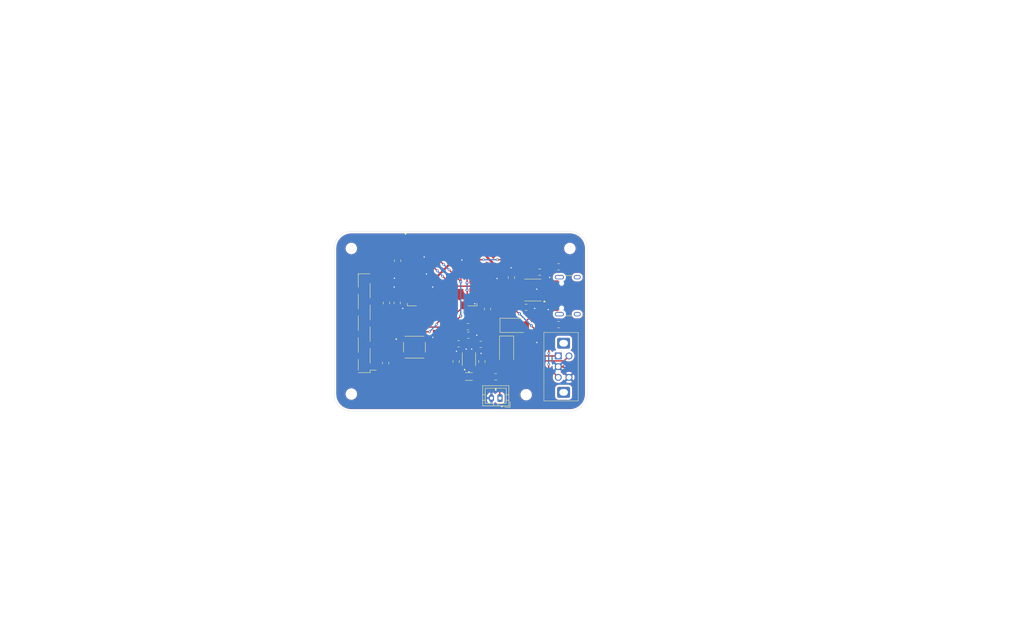
<source format=kicad_pcb>
(kicad_pcb (version 20241229) (generator "pcbnew") (generator_version "9.0")
  (layers (0 "F.Cu" signal) (2 "B.Cu" signal) (13 "F.Paste" user) (15 "B.Paste" user) (5 "F.SilkS" user "F.Silkscreen") (7 "B.SilkS" user "B.Silkscreen") (1 "F.Mask" user) (3 "B.Mask" user) (25 "Edge.Cuts" user))
  (net 0 "")
  (net 1 "VCC")
  (net 2 "GND")
  (net 3 "VBUS")
  (net 7 "Net-(U1-GPIO0)")
  (net 8 "/RESET")
  (net 9 "Net-(U1-EN)")
  (net 10 "/RST")
  (net 11 "/DIN")
  (net 12 "/PWR")
  (net 14 "Net-(J1-CC1)")
  (net 15 "Net-(U1-GPIO15)")
  (net 17 "/DC")
  (net 20 "/CLK")
  (net 21 "/CS")
  (net 22 "/BUSY")
  (net 23 "/UD+")
  (net 24 "Net-(U1-GPIO2)")
  (net 25 "/UD-")
  (net 26 "Net-(U4-~{RTS})")
  (net 29 "Net-(J1-CC2)")
  (net 31 "Net-(U1-GPIO16)")
  (net 32 "Net-(U1-GPIO4)")
  (net 33 "+BATT")
  (net 34 "Net-(U3-FB)")
  (net 35 "Net-(U3-EN)")
  (net 36 "Net-(U3-LX1)")
  (net 37 "Net-(U3-LX2)")
  (net 39 "Net-(D6-A)")
  (footprint "Capacitor_SMD:C_0805_2012Metric" (layer "F.Cu") (at 168.15 93.5625)
    (property "Reference" "C4")
    (property "Value" "100nF")
    (pad "1" smd roundrect (at -0.95 0) (size 1 1.45) (layers "F.Cu" "F.Mask" "F.Paste") (net 8 "/RESET"))
    (pad "2" smd roundrect (at 0.95 0) (size 1 1.45) (layers "F.Cu" "F.Mask" "F.Paste") (net 26 "Net-(U4-~{RTS})"))
  )
  (footprint "MountingHole:MountingHole_2.2mm_M2" (layer "F.Cu") (at 175.2 88.0375 -90)
    (property "Reference" "H1")
    (property "Value" "MountingHole")
    (pad "" np_thru_hole circle (at 0 0 270) (size 2.2 2.2) (drill 2.2) (layers "*.Cu" "*.Mask"))
  )
  (footprint "Resistor_SMD:R_0805_2012Metric" (layer "F.Cu") (at 135 90.9125 90)
    (property "Reference" "R4")
    (property "Value" "10k")
    (pad "1" smd roundrect (at -0.9125 0 90) (size 1.025 1.4) (layers "F.Cu" "F.Mask" "F.Paste") (roundrect_rratio 0.243902) (net 1 "VCC"))
    (pad "2" smd roundrect (at 0.9125 0 90) (size 1.025 1.4) (layers "F.Cu" "F.Mask" "F.Paste") (roundrect_rratio 0.243902) (net 9 "Net-(U1-EN)"))
  )
  (footprint "Connector_USB:USB_C_Receptacle_HRO_TYPE-C-31-M-12" (layer "F.Cu") (at 175.8725 99.0625 90)
    (property "Reference" "J1")
    (property "Value" "USB_C_Receptacle_USB2.0_16P")
    (pad "" np_thru_hole circle (at -2.89 -2.6 90) (size 0.65 0.65) (drill 0.65) (layers "*.Cu" "*.Mask"))
    (pad "" np_thru_hole circle (at 2.89 -2.6 90) (size 0.65 0.65) (drill 0.65) (layers "*.Cu" "*.Mask"))
    (pad "A1" smd rect (at -3.25 -4.045 90) (size 0.6 1.45) (layers "F.Cu" "F.Mask" "F.Paste") (net 2 "GND"))
    (pad "A4" smd rect (at -2.45 -4.045 90) (size 0.6 1.45) (layers "F.Cu" "F.Mask" "F.Paste") (net 39 "Net-(D6-A)"))
    (pad "A5" smd rect (at -1.25 -4.045 90) (size 0.3 1.45) (layers "F.Cu" "F.Mask" "F.Paste") (net 14 "Net-(J1-CC1)"))
    (pad "A6" smd rect (at -0.25 -4.045 90) (size 0.3 1.45) (layers "F.Cu" "F.Mask" "F.Paste") (net 23 "/UD+"))
    (pad "A7" smd rect (at 0.25 -4.045 90) (size 0.3 1.45) (layers "F.Cu" "F.Mask" "F.Paste") (net 25 "/UD-"))
    (pad "A8" smd rect (at 1.25 -4.045 90) (size 0.3 1.45) (layers "F.Cu" "F.Mask" "F.Paste"))
    (pad "A9" smd rect (at 2.45 -4.045 90) (size 0.6 1.45) (layers "F.Cu" "F.Mask" "F.Paste") (net 39 "Net-(D6-A)"))
    (pad "A12" smd rect (at 3.25 -4.045 90) (size 0.6 1.45) (layers "F.Cu" "F.Mask" "F.Paste") (net 2 "GND"))
    (pad "B1" smd rect (at 3.25 -4.045 90) (size 0.6 1.45) (layers "F.Cu" "F.Mask" "F.Paste") (net 2 "GND"))
    (pad "B4" smd rect (at 2.45 -4.045 90) (size 0.6 1.45) (layers "F.Cu" "F.Mask" "F.Paste") (net 39 "Net-(D6-A)"))
    (pad "B5" smd rect (at 1.75 -4.045 90) (size 0.3 1.45) (layers "F.Cu" "F.Mask" "F.Paste") (net 29 "Net-(J1-CC2)"))
    (pad "B6" smd rect (at 0.75 -4.045 90) (size 0.3 1.45) (layers "F.Cu" "F.Mask" "F.Paste") (net 23 "/UD+"))
    (pad "B7" smd rect (at -0.75 -4.045 90) (size 0.3 1.45) (layers "F.Cu" "F.Mask" "F.Paste") (net 25 "/UD-"))
    (pad "B8" smd rect (at -1.75 -4.045 90) (size 0.3 1.45) (layers "F.Cu" "F.Mask" "F.Paste"))
    (pad "B9" smd rect (at -2.45 -4.045 90) (size 0.6 1.45) (layers "F.Cu" "F.Mask" "F.Paste") (net 39 "Net-(D6-A)"))
    (pad "B12" smd rect (at -3.25 -4.045 90) (size 0.6 1.45) (layers "F.Cu" "F.Mask" "F.Paste") (net 2 "GND"))
    (pad "S1" thru_hole oval (at -4.32 -3.13 90) (size 1 2.1) (drill oval 0.6 1.7) (property pad_prop_heatsink) (layers "*.Cu" "*.Mask"))
    (pad "S1" thru_hole oval (at -4.32 1.05 90) (size 1 1.6) (drill oval 0.6 1.2) (property pad_prop_heatsink) (layers "*.Cu" "*.Mask"))
    (pad "S1" thru_hole oval (at 4.32 -3.13 90) (size 1 2.1) (drill oval 0.6 1.7) (property pad_prop_heatsink) (layers "*.Cu" "*.Mask"))
    (pad "S1" thru_hole oval (at 4.32 1.05 90) (size 1 1.6) (drill oval 0.6 1.2) (property pad_prop_heatsink) (layers "*.Cu" "*.Mask"))
  )
  (footprint "MountingHole:MountingHole_2.2mm_M2" (layer "F.Cu") (at 124.2 88.0375 -90)
    (property "Reference" "H2")
    (property "Value" "MountingHole")
    (pad "" np_thru_hole circle (at 0 0 270) (size 2.2 2.2) (drill 2.2) (layers "*.Cu" "*.Mask"))
  )
  (footprint "Package_SO:SOP-8_3.9x4.9mm_P1.27mm" (layer "F.Cu") (at 166.5525 97.7475 180)
    (property "Reference" "U4")
    (property "Value" "CH340N")
    (pad "1" smd roundrect (at -2.625 -1.905 180) (size 1.65 0.6) (layers "F.Cu" "F.Mask" "F.Paste") (net 23 "/UD+"))
    (pad "2" smd roundrect (at -2.625 -0.635 180) (size 1.65 0.6) (layers "F.Cu" "F.Mask" "F.Paste") (net 25 "/UD-"))
    (pad "3" smd roundrect (at -2.625 0.635 180) (size 1.65 0.6) (layers "F.Cu" "F.Mask" "F.Paste") (net 2 "GND"))
    (pad "4" smd roundrect (at -2.625 1.905 180) (size 1.65 0.6) (layers "F.Cu" "F.Mask" "F.Paste") (net 26 "Net-(U4-~{RTS})"))
    (pad "5" smd roundrect (at 2.625 1.905 180) (size 1.65 0.6) (layers "F.Cu" "F.Mask" "F.Paste") (net 1 "VCC"))
    (pad "6" smd roundrect (at 2.625 0.635 180) (size 1.65 0.6) (layers "F.Cu" "F.Mask" "F.Paste") (net 1 "VCC"))
    (pad "7" smd roundrect (at 2.625 -0.635 180) (size 1.65 0.6) (layers "F.Cu" "F.Mask" "F.Paste") (net 1 "VCC"))
    (pad "8" smd roundrect (at 2.625 -1.905 180) (size 1.65 0.6) (layers "F.Cu" "F.Mask" "F.Paste") (net 1 "VCC"))
  )
  (footprint "Capacitor_SMD:C_0805_2012Metric" (layer "F.Cu") (at 157.9 117.9925 180)
    (property "Reference" "C7")
    (property "Value" "10uF")
    (pad "1" smd roundrect (at -0.95 0 180) (size 1 1.45) (layers "F.Cu" "F.Mask" "F.Paste") (net 33 "+BATT"))
    (pad "2" smd roundrect (at 0.95 0 180) (size 1 1.45) (layers "F.Cu" "F.Mask" "F.Paste") (net 2 "GND"))
  )
  (footprint "Capacitor_SMD:C_0805_2012Metric" (layer "F.Cu") (at 161.5625 94.8125 90)
    (property "Reference" "C6")
    (property "Value" "100nF")
    (pad "1" smd roundrect (at -0.95 0 90) (size 1 1.45) (layers "F.Cu" "F.Mask" "F.Paste") (net 1 "VCC"))
    (pad "2" smd roundrect (at 0.95 0 90) (size 1 1.45) (layers "F.Cu" "F.Mask" "F.Paste") (net 2 "GND"))
  )
  (footprint "Diode_SMD:D_SMA" (layer "F.Cu") (at 160.429564 111.992064 -90)
    (property "Reference" "D7")
    (property "Value" "D_Schottky")
    (pad "1" smd roundrect (at -2 0 270) (size 2.5 1.8) (layers "F.Cu" "F.Mask" "F.Paste") (roundrect_rratio 0.1388888889) (net 3 "VBUS"))
    (pad "2" smd roundrect (at 2 0 270) (size 2.5 1.8) (layers "F.Cu" "F.Mask" "F.Paste") (roundrect_rratio 0.1388888889) (net 33 "+BATT"))
  )
  (footprint "eink:SW_TS-1187A-B-A-B" (layer "F.Cu") (at 138.929564 111.092064)
    (property "Reference" "SW1")
    (property "Value" "SW_Push")
    (pad "1" smd rect (at -3 -1.875) (size 1 0.75) (layers "F.Cu" "F.Mask" "F.Paste") (net 2 "GND"))
    (pad "1" smd rect (at 3 -1.875) (size 1 0.75) (layers "F.Cu" "F.Mask" "F.Paste") (net 2 "GND"))
    (pad "2" smd rect (at -3 1.875) (size 1 0.75) (layers "F.Cu" "F.Mask" "F.Paste") (net 8 "/RESET"))
    (pad "2" smd rect (at 3 1.875) (size 1 0.75) (layers "F.Cu" "F.Mask" "F.Paste") (net 8 "/RESET"))
  )
  (footprint "Connector_PinHeader_2.54mm:PinHeader_1x09_P2.54mm_Vertical_SMD_Pin1Left" (layer "F.Cu") (at 127.2 105.4925 180)
    (property "Reference" "J3")
    (property "Value" "E-paper Display")
    (pad "1" smd rect (at -1.655 -10.16 180) (size 2.51 1) (layers "F.Cu" "F.Mask" "F.Paste") (net 1 "VCC"))
    (pad "2" smd rect (at 1.655 -7.62 180) (size 2.51 1) (layers "F.Cu" "F.Mask" "F.Paste") (net 2 "GND"))
    (pad "3" smd rect (at -1.655 -5.08 180) (size 2.51 1) (layers "F.Cu" "F.Mask" "F.Paste") (net 11 "/DIN"))
    (pad "4" smd rect (at 1.655 -2.54 180) (size 2.51 1) (layers "F.Cu" "F.Mask" "F.Paste") (net 20 "/CLK"))
    (pad "5" smd rect (at -1.655 0 180) (size 2.51 1) (layers "F.Cu" "F.Mask" "F.Paste") (net 21 "/CS"))
    (pad "6" smd rect (at 1.655 2.54 180) (size 2.51 1) (layers "F.Cu" "F.Mask" "F.Paste") (net 17 "/DC"))
    (pad "7" smd rect (at -1.655 5.08 180) (size 2.51 1) (layers "F.Cu" "F.Mask" "F.Paste") (net 10 "/RST"))
    (pad "8" smd rect (at 1.655 7.62 180) (size 2.51 1) (layers "F.Cu" "F.Mask" "F.Paste") (net 22 "/BUSY"))
    (pad "9" smd rect (at -1.655 10.16 180) (size 2.51 1) (layers "F.Cu" "F.Mask" "F.Paste") (net 12 "/PWR"))
  )
  (footprint "Resistor_SMD:R_0805_2012Metric" (layer "F.Cu") (at 132.2 114.779564 90)
    (property "Reference" "R3")
    (property "Value" "10k")
    (pad "1" smd roundrect (at -0.9125 0 90) (size 1.025 1.4) (layers "F.Cu" "F.Mask" "F.Paste") (roundrect_rratio 0.243902) (net 1 "VCC"))
    (pad "2" smd roundrect (at 0.9125 0 90) (size 1.025 1.4) (layers "F.Cu" "F.Mask" "F.Paste") (roundrect_rratio 0.243902) (net 8 "/RESET"))
  )
  (footprint "MountingHole:MountingHole_2.2mm_M2" (layer "F.Cu") (at 124.2 122.0375 -90)
    (property "Reference" "H3")
    (property "Value" "MountingHole")
    (pad "" np_thru_hole circle (at 0 0 270) (size 2.2 2.2) (drill 2.2) (layers "*.Cu" "*.Mask"))
  )
  (footprint "Resistor_SMD:R_0805_2012Metric" (layer "F.Cu") (at 172.5625 105.8125 180)
    (property "Reference" "R8")
    (property "Value" "5k1")
    (pad "1" smd roundrect (at -0.9125 0 180) (size 1.025 1.4) (layers "F.Cu" "F.Mask" "F.Paste") (roundrect_rratio 0.243902) (net 14 "Net-(J1-CC1)"))
    (pad "2" smd roundrect (at 0.9125 0 180) (size 1.025 1.4) (layers "F.Cu" "F.Mask" "F.Paste") (roundrect_rratio 0.243902) (net 2 "GND"))
  )
  (footprint "Resistor_SMD:R_0805_2012Metric" (layer "F.Cu") (at 151.529564 108.292064)
    (property "Reference" "R6")
    (property "Value" "86.6k")
    (pad "1" smd roundrect (at -0.9125 0) (size 1.025 1.4) (layers "F.Cu" "F.Mask" "F.Paste") (roundrect_rratio 0.243902) (net 34 "Net-(U3-FB)"))
    (pad "2" smd roundrect (at 0.9125 0) (size 1.025 1.4) (layers "F.Cu" "F.Mask" "F.Paste") (roundrect_rratio 0.243902) (net 2 "GND"))
  )
  (footprint "Resistor_SMD:R_0805_2012Metric" (layer "F.Cu") (at 151.429564 106.292064 180)
    (property "Reference" "R2")
    (property "Value" "10k")
    (pad "1" smd roundrect (at -0.9125 0 180) (size 1.025 1.4) (layers "F.Cu" "F.Mask" "F.Paste") (roundrect_rratio 0.243902) (net 7 "Net-(U1-GPIO0)"))
    (pad "2" smd roundrect (at 0.9125 0 180) (size 1.025 1.4) (layers "F.Cu" "F.Mask" "F.Paste") (roundrect_rratio 0.243902) (net 1 "VCC"))
  )
  (footprint "Diode_SMD:D_SMA" (layer "F.Cu") (at 162.4 105.9925)
    (property "Reference" "D6")
    (property "Value" "D_Schottky")
    (pad "1" smd roundrect (at -2 0) (size 2.5 1.8) (layers "F.Cu" "F.Mask" "F.Paste") (roundrect_rratio 0.1388888889) (net 3 "VBUS"))
    (pad "2" smd roundrect (at 2 0) (size 2.5 1.8) (layers "F.Cu" "F.Mask" "F.Paste") (roundrect_rratio 0.1388888889) (net 39 "Net-(D6-A)"))
  )
  (footprint "custom:EC11J" (layer "F.Cu") (at 173.74 115.64 -90)
    (property "Reference" "SW2")
    (property "Value" "RotaryEncoder_Switch_MP")
    (pad "A" thru_hole rect (at -2.5 1.25 270) (size 1.6 1.6) (drill 1.1) (layers "*.Cu" "B.Mask") (net 24 "Net-(U1-GPIO2)"))
    (pad "B" thru_hole circle (at 2.5 1.25 270) (size 1.6 1.6) (drill 1.1) (layers "*.Cu" "*.Mask") (net 32 "Net-(U1-GPIO4)"))
    (pad "C" thru_hole circle (at 0 1.25 270) (size 1.6 1.6) (drill 1.1) (layers "*.Cu" "*.Mask") (net 2 "GND"))
    (pad "MP1" thru_hole roundrect (at -5.475 0 270) (size 2.55 3) (drill oval 1.55 2) (layers "*.Cu" "*.Mask") (roundrect_rratio 0.15))
    (pad "MP2" thru_hole roundrect (at 6 0 270) (size 2.55 3) (drill oval 1.55 2) (layers "*.Cu" "*.Mask") (roundrect_rratio 0.15))
    (pad "S1" thru_hole circle (at -2.5 -1.25 270) (size 1.6 1.6) (drill 1.1) (layers "*.Cu" "*.Mask") (net 31 "Net-(U1-GPIO16)"))
    (pad "S2" thru_hole circle (at 2.5 -1.25 270) (size 1.6 1.6) (drill 1.1) (layers "*.Cu" "*.Mask") (net 2 "GND"))
  )
  (footprint "Capacitor_SMD:C_0805_2012Metric" (layer "F.Cu") (at 132.4 100.7625 -90)
    (property "Reference" "C2")
    (property "Value" "100nF")
    (pad "1" smd roundrect (at -0.95 0 270) (size 1 1.45) (layers "F.Cu" "F.Mask" "F.Paste") (net 1 "VCC"))
    (pad "2" smd roundrect (at 0.95 0 270) (size 1 1.45) (layers "F.Cu" "F.Mask" "F.Paste") (net 2 "GND"))
  )
  (footprint "Resistor_SMD:R_0805_2012Metric" (layer "F.Cu") (at 172.5625 92.3125)
    (property "Reference" "R9")
    (property "Value" "5k1")
    (pad "1" smd roundrect (at -0.9125 0) (size 1.025 1.4) (layers "F.Cu" "F.Mask" "F.Paste") (roundrect_rratio 0.243902) (net 2 "GND"))
    (pad "2" smd roundrect (at 0.9125 0) (size 1.025 1.4) (layers "F.Cu" "F.Mask" "F.Paste") (roundrect_rratio 0.243902) (net 29 "Net-(J1-CC2)"))
  )
  (footprint "Capacitor_SMD:C_0805_2012Metric" (layer "F.Cu") (at 154.642064 114.442064 90)
    (property "Reference" "C8")
    (property "Value" "10uF")
    (pad "1" smd roundrect (at -0.95 0 90) (size 1 1.45) (layers "F.Cu" "F.Mask" "F.Paste") (net 3 "VBUS"))
    (pad "2" smd roundrect (at 0.95 0 90) (size 1 1.45) (layers "F.Cu" "F.Mask" "F.Paste") (net 2 "GND"))
  )
  (footprint "Resistor_SMD:R_0805_2012Metric" (layer "F.Cu") (at 154.392064 110.442064)
    (property "Reference" "R7")
    (property "Value" "10k")
    (pad "1" smd roundrect (at -0.9125 0) (size 1.025 1.4) (layers "F.Cu" "F.Mask" "F.Paste") (roundrect_rratio 0.243902) (net 35 "Net-(U3-EN)"))
    (pad "2" smd roundrect (at 0.9125 0) (size 1.025 1.4) (layers "F.Cu" "F.Mask" "F.Paste") (roundrect_rratio 0.243902) (net 3 "VBUS"))
  )
  (footprint "Resistor_SMD:R_0805_2012Metric" (layer "F.Cu") (at 149.229564 110.292064)
    (property "Reference" "R5")
    (property "Value" "487k")
    (pad "1" smd roundrect (at -0.9125 0) (size 1.025 1.4) (layers "F.Cu" "F.Mask" "F.Paste") (roundrect_rratio 0.243902) (net 1 "VCC"))
    (pad "2" smd roundrect (at 0.9125 0) (size 1.025 1.4) (layers "F.Cu" "F.Mask" "F.Paste") (roundrect_rratio 0.243902) (net 34 "Net-(U3-FB)"))
  )
  (footprint "Capacitor_SMD:C_0805_2012Metric" (layer "F.Cu") (at 134.9 100.7625 -90)
    (property "Reference" "C1")
    (property "Value" "10uF")
    (pad "1" smd roundrect (at -0.95 0 270) (size 1 1.45) (layers "F.Cu" "F.Mask" "F.Paste") (net 1 "VCC"))
    (pad "2" smd roundrect (at 0.95 0 270) (size 1 1.45) (layers "F.Cu" "F.Mask" "F.Paste") (net 2 "GND"))
  )
  (footprint "MountingHole:MountingHole_2.2mm_M2" (layer "F.Cu") (at 165 122.19 -90)
    (property "Reference" "H4")
    (property "Value" "MountingHole")
    (pad "" np_thru_hole circle (at 0 0 270) (size 2.2 2.2) (drill 2.2) (layers "*.Cu" "*.Mask"))
  )
  (footprint "Connector_JST:JST_PH_B2B-PH-K_1x02_P2.00mm_Vertical" (layer "F.Cu") (at 158.9 122.9925 180)
    (property "Reference" "BT1")
    (property "Value" "Battery_Cell")
    (pad "1" thru_hole roundrect (at 0 0 180) (size 1.2 1.75) (drill 0.75) (layers "*.Cu" "*.Mask") (roundrect_rratio 0.208333) (net 33 "+BATT"))
    (pad "2" thru_hole oval (at 2 0 180) (size 1.2 1.75) (drill 0.75) (layers "*.Cu" "*.Mask") (net 2 "GND"))
  )
  (footprint "Inductor_SMD:L_1206_3216Metric" (layer "F.Cu") (at 151.642064 117.942064 180)
    (property "Reference" "L1")
    (property "Value" "2.2uH")
    (pad "1" smd roundrect (at -1.575 0 180) (size 1.05 1.9) (layers "F.Cu" "F.Mask" "F.Paste") (roundrect_rratio 0.238095) (net 36 "Net-(U3-LX1)"))
    (pad "2" smd roundrect (at 1.575 0 180) (size 1.05 1.9) (layers "F.Cu" "F.Mask" "F.Paste") (roundrect_rratio 0.238095) (net 37 "Net-(U3-LX2)"))
  )
  (footprint "eink:SON50P300X300X80-11N" (layer "F.Cu") (at 151.642064 113.887064 90)
    (property "Reference" "U3")
    (property "Value" "RT6150AGQW")
    (pad "1" smd roundrect (at -1.445 -1 90) (size 0.81 0.26) (layers "F.Cu" "F.Mask" "F.Paste") (roundrect_rratio 0.125) (net 1 "VCC"))
    (pad "2" smd roundrect (at -1.445 -0.5 90) (size 0.81 0.26) (layers "F.Cu" "F.Mask" "F.Paste") (roundrect_rratio 0.125) (net 37 "Net-(U3-LX2)"))
    (pad "3" smd roundrect (at -1.445 0 90) (size 0.81 0.26) (layers "F.Cu" "F.Mask" "F.Paste") (roundrect_rratio 0.125) (net 2 "GND"))
    (pad "4" smd roundrect (at -1.445 0.5 90) (size 0.81 0.26) (layers "F.Cu" "F.Mask" "F.Paste") (roundrect_rratio 0.125) (net 36 "Net-(U3-LX1)"))
    (pad "5" smd roundrect (at -1.445 1 90) (size 0.81 0.26) (layers "F.Cu" "F.Mask" "F.Paste") (roundrect_rratio 0.125) (net 3 "VBUS"))
    (pad "6" smd roundrect (at 1.445 1 90) (size 0.81 0.26) (layers "F.Cu" "F.Mask" "F.Paste") (roundrect_rratio 0.125) (net 35 "Net-(U3-EN)"))
    (pad "7" smd roundrect (at 1.445 0.5 90) (size 0.81 0.26) (layers "F.Cu" "F.Mask" "F.Paste") (roundrect_rratio 0.125) (net 2 "GND"))
    (pad "8" smd roundrect (at 1.445 0 90) (size 0.81 0.26) (layers "F.Cu" "F.Mask" "F.Paste") (roundrect_rratio 0.125) (net 3 "VBUS"))
    (pad "9" smd roundrect (at 1.445 -0.5 90) (size 0.81 0.26) (layers "F.Cu" "F.Mask" "F.Paste") (roundrect_rratio 0.125) (net 2 "GND"))
    (pad "10" smd roundrect (at 1.445 -1 90) (size 0.81 0.26) (layers "F.Cu" "F.Mask" "F.Paste") (roundrect_rratio 0.125) (net 34 "Net-(U3-FB)"))
    (pad "11" smd rect (at 0 0 90) (size 1.63 2.48) (layers "F.Cu" "F.Mask"))
  )
  (footprint "RF_Module:ESP-12E" (layer "F.Cu") (at 145.4 89.3125)
    (property "Reference" "U1")
    (property "Value" "ESP-12F")
    (pad "1" smd rect (at -7.6 -3.5) (size 2.5 1) (layers "F.Cu" "F.Mask" "F.Paste") (net 8 "/RESET"))
    (pad "2" smd rect (at -7.6 -1.5) (size 2.5 1) (layers "F.Cu" "F.Mask" "F.Paste"))
    (pad "3" smd rect (at -7.6 0.5) (size 2.5 1) (layers "F.Cu" "F.Mask" "F.Paste") (net 9 "Net-(U1-EN)"))
    (pad "4" smd rect (at -7.6 2.5) (size 2.5 1) (layers "F.Cu" "F.Mask" "F.Paste") (net 31 "Net-(U1-GPIO16)"))
    (pad "5" smd rect (at -7.6 4.5) (size 2.5 1) (layers "F.Cu" "F.Mask" "F.Paste") (net 12 "/PWR"))
    (pad "6" smd rect (at -7.6 6.5) (size 2.5 1) (layers "F.Cu" "F.Mask" "F.Paste") (net 22 "/BUSY"))
    (pad "7" smd rect (at -7.6 8.5) (size 2.5 1) (layers "F.Cu" "F.Mask" "F.Paste") (net 10 "/RST"))
    (pad "8" smd rect (at -7.6 10.5) (size 2.5 1) (layers "F.Cu" "F.Mask" "F.Paste") (net 1 "VCC"))
    (pad "9" smd rect (at -5 12) (size 1 1.8) (layers "F.Cu" "F.Mask" "F.Paste"))
    (pad "10" smd rect (at -3 12) (size 1 1.8) (layers "F.Cu" "F.Mask" "F.Paste"))
    (pad "11" smd rect (at -1 12) (size 1 1.8) (layers "F.Cu" "F.Mask" "F.Paste") (net 17 "/DC"))
    (pad "12" smd rect (at 1 12) (size 1 1.8) (layers "F.Cu" "F.Mask" "F.Paste") (net 21 "/CS"))
    (pad "13" smd rect (at 3 12) (size 1 1.8) (layers "F.Cu" "F.Mask" "F.Paste") (net 11 "/DIN"))
    (pad "14" smd rect (at 5 12) (size 1 1.8) (layers "F.Cu" "F.Mask" "F.Paste") (net 20 "/CLK"))
    (pad "15" smd rect (at 7.6 10.5) (size 2.5 1) (layers "F.Cu" "F.Mask" "F.Paste") (net 2 "GND"))
    (pad "16" smd rect (at 7.6 8.5) (size 2.5 1) (layers "F.Cu" "F.Mask" "F.Paste") (net 15 "Net-(U1-GPIO15)"))
    (pad "17" smd rect (at 7.6 6.5) (size 2.5 1) (layers "F.Cu" "F.Mask" "F.Paste") (net 24 "Net-(U1-GPIO2)"))
    (pad "18" smd rect (at 7.6 4.5) (size 2.5 1) (layers "F.Cu" "F.Mask" "F.Paste") (net 7 "Net-(U1-GPIO0)"))
    (pad "19" smd rect (at 7.6 2.5) (size 2.5 1) (layers "F.Cu" "F.Mask" "F.Paste") (net 32 "Net-(U1-GPIO4)"))
    (pad "20" smd rect (at 7.6 0.5) (size 2.5 1) (layers "F.Cu" "F.Mask" "F.Paste"))
    (pad "21" smd rect (at 7.6 -1.5) (size 2.5 1) (layers "F.Cu" "F.Mask" "F.Paste") (net 1 "VCC"))
    (pad "22" smd rect (at 7.6 -3.5) (size 2.5 1) (layers "F.Cu" "F.Mask" "F.Paste") (net 1 "VCC"))
    (zone (net 0) (net_name "") (layers "F.Cu" "B.Cu") (connect_pads (clearance 0)) (min_thickness 0.254)
      (keepout (tracks not_allowed) (vias not_allowed) (pads not_allowed) (copperpour not_allowed) (footprints not_allowed))
      (fill (thermal_gap 0.508) (thermal_bridge_width 0.508))
      (polygon (pts (xy 137.28 84.5125) (xy 153.52 84.5125) (xy 153.52 77.1925) (xy 137.28 77.1925)))
    )
  )
  (footprint "Resistor_SMD:R_0805_2012Metric" (layer "F.Cu") (at 155.979564 102.204564 -90)
    (property "Reference" "R1")
    (property "Value" "10k")
    (pad "1" smd roundrect (at -0.9125 0 270) (size 1.025 1.4) (layers "F.Cu" "F.Mask" "F.Paste") (roundrect_rratio 0.243902) (net 15 "Net-(U1-GPIO15)"))
    (pad "2" smd roundrect (at 0.9125 0 270) (size 1.025 1.4) (layers "F.Cu" "F.Mask" "F.Paste") (roundrect_rratio 0.243902) (net 2 "GND"))
  )
  (footprint "Capacitor_SMD:C_0805_2012Metric" (layer "F.Cu") (at 164.979564 101.792064)
    (property "Reference" "C5")
    (property "Value" "100nF")
    (pad "1" smd roundrect (at -0.95 0) (size 1 1.45) (layers "F.Cu" "F.Mask" "F.Paste") (net 1 "VCC"))
    (pad "2" smd roundrect (at 0.95 0) (size 1 1.45) (layers "F.Cu" "F.Mask" "F.Paste") (net 2 "GND"))
  )
  (footprint "Capacitor_SMD:C_0805_2012Metric" (layer "F.Cu") (at 148.642064 114.442064 90)
    (property "Reference" "C9")
    (property "Value" "20uF")
    (pad "1" smd roundrect (at -0.95 0 90) (size 1 1.45) (layers "F.Cu" "F.Mask" "F.Paste") (net 1 "VCC"))
    (pad "2" smd roundrect (at 0.95 0 90) (size 1 1.45) (layers "F.Cu" "F.Mask" "F.Paste") (net 2 "GND"))
  )
  (gr_line (start 175.2 126.0375) (end 124.2 126.0375) (stroke (width 0.05)) (layer "Edge.Cuts"))
  (gr_arc (start 120.2 88.0375) (mid 121.371573 85.209073) (end 124.2 84.0375) (stroke (width 0.05)) (layer "Edge.Cuts"))
  (gr_arc (start 124.2 126.0375) (mid 121.371573 124.865927) (end 120.2 122.0375) (stroke (width 0.05)) (layer "Edge.Cuts"))
  (gr_line (start 124.2 84.0375) (end 175.2 84.0375) (stroke (width 0.05)) (layer "Edge.Cuts"))
  (gr_arc (start 179.2 122.0375) (mid 178.028427 124.865927) (end 175.2 126.0375) (stroke (width 0.05)) (layer "Edge.Cuts"))
  (gr_arc (start 175.2 84.0375) (mid 178.028427 85.209073) (end 179.2 88.0375) (stroke (width 0.05)) (layer "Edge.Cuts"))
  (gr_line (start 179.2 88.0375) (end 179.2 122.0375) (stroke (width 0.05)) (layer "Edge.Cuts"))
  (gr_line (start 120.2 122.0375) (end 120.2 88.0375) (stroke (width 0.05)) (layer "Edge.Cuts"))
  (segment (start 163.9275 99.6525) (end 163.9275 95.8425) (width 0.5) (layer "F.Cu") (net 1))
  (segment (start 163.9 99.68) (end 163.9275 99.6525) (width 0.3) (layer "F.Cu") (net 1))
  (segment (start 127.832064 115.679564) (end 127.859128 115.6525) (width 0.5) (layer "F.Cu") (net 1))
  (segment (start 153 85.8125) (end 153 87.8125) (width 0.5) (layer "F.Cu") (net 1))
  (segment (start 137.8 99.9625) (end 135.05 99.9625) (width 0.5) (layer "F.Cu") (net 1))
  (segment (start 140.029564 93.492064) (end 140.029564 98.792064) (width 0.5) (layer "F.Cu") (net 1))
  (segment (start 122.998436 101.792064) (end 130.420436 101.792064) (width 0.5) (layer "F.Cu") (net 1))
  (segment (start 122.2 114.4625) (end 122.2 102.5905) (width 0.5) (layer "F.Cu") (net 1))
  (segment (start 153.6125 87.8125) (end 161.5625 95.7625) (width 0.5) (layer "F.Cu") (net 1))
  (segment (start 164.029564 101.792064) (end 164.029564 99.754564) (width 0.5) (layer "F.Cu") (net 1))
  (segment (start 153 87.8125) (end 153.6125 87.8125) (width 0.5) (layer "F.Cu") (net 1))
  (segment (start 134.9 99.8125) (end 132.4 99.8125) (width 0.5) (layer "F.Cu") (net 1))
  (segment (start 151.009128 87.8125) (end 140.029564 98.792064) (width 0.5) (layer "F.Cu") (net 1))
  (segment (start 123.39 115.6525) (end 122.2 114.4625) (width 0.5) (layer "F.Cu") (net 1))
  (segment (start 148.642064 115.392064) (end 150.582064 115.392064) (width 0.2) (layer "F.Cu") (net 1))
  (segment (start 163.9275 95.8425) (end 161.6425 95.8425) (width 0.5) (layer "F.Cu") (net 1))
  (segment (start 164.029564 99.754564) (end 163.9275 99.6525) (width 0.5) (layer "F.Cu") (net 1))
  (segment (start 127.859128 115.6525) (end 128.855 115.6525) (width 0.5) (layer "F.Cu") (net 1))
  (segment (start 161.6425 95.8425) (end 161.5625 95.7625) (width 0.5) (layer "F.Cu") (net 1))
  (segment (start 136.0365 92.8615) (end 135 91.825) (width 0.5) (layer "F.Cu") (net 1))
  (segment (start 130.420436 101.792064) (end 132.4 99.8125) (width 0.5) (layer "F.Cu") (net 1))
  (segment (start 135.05 99.9625) (end 134.9 99.8125) (width 0.5) (layer "F.Cu") (net 1))
  (segment (start 137.65 99.8125) (end 137.8 99.9625) (width 0.5) (layer "F.Cu") (net 1))
  (segment (start 122.2 102.5905) (end 122.998436 101.792064) (width 0.5) (layer "F.Cu") (net 1))
  (segment (start 153.65 87.8125) (end 153 87.8125) (width 0.3) (layer "F.Cu") (net 1))
  (segment (start 140.029564 98.792064) (end 138.859128 99.9625) (width 0.5) (layer "F.Cu") (net 1))
  (segment (start 128.855 115.6525) (end 123.39 115.6525) (width 0.5) (layer "F.Cu") (net 1))
  (segment (start 139.399 92.8615) (end 136.0365 92.8615) (width 0.5) (layer "F.Cu") (net 1))
  (segment (start 138.859128 99.9625) (end 137.8 99.9625) (width 0.5) (layer "F.Cu") (net 1))
  (segment (start 140.029564 93.492064) (end 139.399 92.8615) (width 0.5) (layer "F.Cu") (net 1))
  (segment (start 153 87.8125) (end 151.009128 87.8125) (width 0.5) (layer "F.Cu") (net 1))
  (segment (start 150.582064 115.392064) (end 150.642064 115.332064) (width 0.2) (layer "F.Cu") (net 1))
  (segment (start 152.142064 111.693988) (end 152.292064 111.543988) (width 0.2) (layer "F.Cu") (net 2))
  (segment (start 151.142064 111.692064) (end 150.992064 111.542064) (width 0.2) (layer "F.Cu") (net 2))
  (segment (start 169.1775 97.1125) (end 167.909128 97.1125) (width 0.5) (layer "F.Cu") (net 2))
  (segment (start 171.5 95.8125) (end 170.479564 94.792064) (width 0.3) (layer "F.Cu") (net 2))
  (segment (start 152.142064 112.442064) (end 152.142064 111.693988) (width 0.2) (layer "F.Cu") (net 2))
  (segment (start 170.1725 102.3125) (end 170.16 102.3) (width 0.5) (layer "F.Cu") (net 2))
  (segment (start 141.929564 109.217064) (end 142.804564 109.217064) (width 0.5) (layer "F.Cu") (net 2))
  (segment (start 152.442064 108.292064) (end 153.479564 108.292064) (width 0.5) (layer "F.Cu") (net 2))
  (segment (start 148.642064 112.129564) (end 148.729564 112.042064) (width 0.5) (layer "F.Cu") (net 2))
  (segment (start 151.642064 115.332064) (end 151.642064 116.858232) (width 0.2) (layer "F.Cu") (net 2))
  (segment (start 156.95 122.9425) (end 156.9 122.9925) (width 0.3) (layer "F.Cu") (net 2))
  (segment (start 173.86 115.64) (end 174 115.5) (width 0.5) (layer "F.Cu") (net 2))
  (segment (start 171.8275 102.3125) (end 170.1725 102.3125) (width 0.5) (layer "F.Cu") (net 2))
  (segment (start 151.642064 116.858232) (end 151.646432 116.8626) (width 0.2) (layer "F.Cu") (net 2))
  (segment (start 135.875 101.7125) (end 136.2 102.0375) (width 0.5) (layer "F.Cu") (net 2))
  (segment (start 156.95 117.9925) (end 156.95 122.9425) (width 0.3) (layer "F.Cu") (net 2))
  (segment (start 171.8275 95.8125) (end 171.5 95.8125) (width 0.3) (layer "F.Cu") (net 2))
  (segment (start 151.142064 112.442064) (end 151.142064 111.692064) (width 0.2) (layer "F.Cu") (net 2))
  (segment (start 172.49 115.64) (end 173.86 115.64) (width 0.5) (layer "F.Cu") (net 2))
  (segment (start 161.5625 92.625) (end 161.479564 92.542064) (width 0.5) (layer "F.Cu") (net 2))
  (segment (start 132.4 101.7125) (end 135.875 101.7125) (width 0.5) (layer "F.Cu") (net 2))
  (segment (start 153 99.8125) (end 153 100.9375) (width 0.5) (layer "F.Cu") (net 2))
  (segment (start 154.642064 112.704564) (end 154.479564 112.542064) (width 0.5) (layer "F.Cu") (net 2))
  (segment (start 154.642064 113.492064) (end 154.642064 112.704564) (width 0.5) (layer "F.Cu") (net 2))
  (segment (start 148.642064 113.492064) (end 148.642064 112.129564) (width 0.5) (layer "F.Cu") (net 2))
  (segment (start 142.804564 109.217064) (end 143.229564 108.792064) (width 0.5) (layer "F.Cu") (net 2))
  (segment (start 166.729564 101.792064) (end 166.979564 102.042064) (width 0.5) (layer "F.Cu") (net 2))
  (segment (start 167.909128 97.1125) (end 167.479564 97.542064) (width 0.5) (layer "F.Cu") (net 2))
  (segment (start 161.5625 93.8625) (end 161.5625 92.625) (width 0.5) (layer "F.Cu") (net 2))
  (segment (start 165.929564 101.792064) (end 166.729564 101.792064) (width 0.5) (layer "F.Cu") (net 2))
  (via (at 174 115.5) (size 0.6) (drill 0.3) (layers "F.Cu" "B.Cu") (net 2))
  (via (at 151.646432 116.8626) (size 0.7) (drill 0.3) (layers "F.Cu" "B.Cu") (net 2))
  (via (at 150.992064 111.542064) (size 0.7) (drill 0.3) (layers "F.Cu" "B.Cu") (net 2))
  (via (at 134.25 95) (size 0.6) (drill 0.3) (layers "F.Cu" "B.Cu") (net 2))
  (via (at 166.979564 102.042064) (size 0.7) (drill 0.3) (layers "F.Cu" "B.Cu") (net 2))
  (via (at 152.292064 111.543988) (size 0.7) (drill 0.3) (layers "F.Cu" "B.Cu") (net 2))
  (via (at 170.16 102.3) (size 0.6) (drill 0.3) (layers "F.Cu" "B.Cu") (net 2))
  (via (at 148.729564 112.042064) (size 0.7) (drill 0.3) (layers "F.Cu" "B.Cu") (net 2))
  (via (at 141.2 90.0375) (size 0.7) (drill 0.3) (layers "F.Cu" "B.Cu") (net 2))
  (via (at 167.5 110) (size 0.6) (drill 0.3) (layers "F.Cu" "B.Cu") (net 2))
  (via (at 141.75 94) (size 0.6) (drill 0.3) (layers "F.Cu" "B.Cu") (net 2))
  (via (at 153 100.9375) (size 0.7) (drill 0.3) (layers "F.Cu" "B.Cu") (net 2))
  (via (at 154.479564 112.542064) (size 0.7) (drill 0.3) (layers "F.Cu" "B.Cu") (net 2))
  (via (at 158.2 95.0375) (size 0.7) (drill 0.3) (layers "F.Cu" "B.Cu") (net 2))
  (via (at 153.479564 108.292064) (size 0.7) (drill 0.3) (layers "F.Cu" "B.Cu") (net 2))
  (via (at 143.229564 108.792064) (size 0.7) (drill 0.3) (layers "F.Cu" "B.Cu") (net 2))
  (via (at 150 90.75) (size 0.6) (drill 0.3) (layers "F.Cu" "B.Cu") (net 2))
  (via (at 167.479564 97.542064) (size 0.7) (drill 0.3) (layers "F.Cu" "B.Cu") (net 2))
  (via (at 136.2 102.0375) (size 0.7) (drill 0.3) (layers "F.Cu" "B.Cu") (net 2))
  (via (at 170.479564 94.792064) (size 0.7) (drill 0.3) (layers "F.Cu" "B.Cu") (net 2))
  (via (at 143.2 97.0375) (size 0.7) (drill 0.3) (layers "F.Cu" "B.Cu") (net 2))
  (via (at 161.479564 92.542064) (size 0.7) (drill 0.3) (layers "F.Cu" "B.Cu") (net 2))
  (via (at 134.2 97.0375) (size 0.7) (drill 0.3) (layers "F.Cu" "B.Cu") (net 2))
  (segment (start 152.731904 109.441064) (end 154.303564 109.441064) (width 0.2) (layer "F.Cu") (net 3))
  (segment (start 154.642064 115.392064) (end 152.702064 115.392064) (width 0.2) (layer "F.Cu") (net 3))
  (segment (start 151.642064 110.530904) (end 152.731904 109.441064) (width 0.2) (layer "F.Cu") (net 3))
  (segment (start 151.642064 112.442064) (end 151.642064 110.530904) (width 0.2) (layer "F.Cu") (net 3))
  (segment (start 160.4 109.9625) (end 160.429564 109.992064) (width 0.5) (layer "F.Cu") (net 3))
  (segment (start 152.702064 115.392064) (end 152.642064 115.332064) (width 0.2) (layer "F.Cu") (net 3))
  (segment (start 154.303564 109.441064) (end 155.304564 110.442064) (width 0.2) (layer "F.Cu") (net 3))
  (segment (start 151.251 104.3135) (end 151.251 97.843066) (width 0.3) (layer "F.Cu") (net 7))
  (segment (start 153.03 93.9925) (end 153 93.9625) (width 0.3) (layer "F.Cu") (net 7))
  (segment (start 151.199998 96.0375) (end 151.199998 95.012502) (width 0.3) (layer "F.Cu") (net 7))
  (segment (start 152.342064 105.404564) (end 151.251 104.3135) (width 0.3) (layer "F.Cu") (net 7))
  (segment (start 153.045 93.9175) (end 153 93.9625) (width 0.3) (layer "F.Cu") (net 7))
  (segment (start 151.199998 95.012502) (end 152.25 93.9625) (width 0.3) (layer "F.Cu") (net 7))
  (segment (start 152.342064 106.292064) (end 152.342064 105.404564) (width 0.3) (layer "F.Cu") (net 7))
  (segment (start 152.25 93.9625) (end 153 93.9625) (width 0.3) (layer "F.Cu") (net 7))
  (segment (start 151.251 97.843066) (end 151.199998 97.792064) (width 0.3) (layer "F.Cu") (net 7))
  (via (at 151.199998 96.0375) (size 0.7) (drill 0.3) (layers "F.Cu" "B.Cu") (net 7))
  (via (at 151.199998 97.792064) (size 0.7) (drill 0.3) (layers "F.Cu" "B.Cu") (net 7))
  (segment (start 151.199998 97.792064) (end 151.199998 96.0375) (width 0.3) (layer "B.Cu") (net 7))
  (segment (start 158.25 90.6635) (end 164.301 90.6635) (width 0.3) (layer "F.Cu") (net 8))
  (segment (start 137.8 85.9625) (end 139.9 85.9625) (width 0.3) (layer "F.Cu") (net 8))
  (segment (start 141.929564 112.967064) (end 135.929564 112.967064) (width 0.3) (layer "F.Cu") (net 8))
  (segment (start 151.582636 90.6635) (end 149.77 92.476136) (width 0.3) (layer "F.Cu") (net 8))
  (segment (start 135.029564 113.867064) (end 135.929564 112.967064) (width 0.3) (layer "F.Cu") (net 8))
  (segment (start 149.729564 95.729564) (end 149.729564 95.8115) (width 0.3) (layer "F.Cu") (net 8))
  (segment (start 142.9 110.621628) (end 142.9 111.996628) (width 0.3) (layer "F.Cu") (net 8))
  (segment (start 149.729564 103.792064) (end 142.9 110.621628) (width 0.3) (layer "F.Cu") (net 8))
  (segment (start 155.0435 90.6635) (end 151.582636 90.6635) (width 0.3) (layer "F.Cu") (net 8))
  (segment (start 132.2 113.867064) (end 135.029564 113.867064) (width 0.3) (layer "F.Cu") (net 8))
  (segment (start 164.301 90.6635) (end 167.2 93.5625) (width 0.3) (layer "F.Cu") (net 8))
  (segment (start 147 93) (end 149.729564 95.729564) (width 0.3) (layer "F.Cu") (net 8))
  (segment (start 145.6875 91.75) (end 145.75 91.75) (width 0.3) (layer "F.Cu") (net 8))
  (segment (start 142.9 111.996628) (end 141.929564 112.967064) (width 0.3) (layer "F.Cu") (net 8))
  (segment (start 149.77 95.771064) (end 149.729564 95.8115) (width 0.3) (layer "F.Cu") (net 8))
  (segment (start 139.9 85.9625) (end 145.6875 91.75) (width 0.3) (layer "F.Cu") (net 8))
  (segment (start 149.77 92.476136) (end 149.77 95.771064) (width 0.3) (layer "F.Cu") (net 8))
  (via (at 149.729564 95.8115) (size 0.7) (drill 0.3) (layers "F.Cu" "B.Cu") (net 8))
  (via (at 158.25 90.6635) (size 0.6) (drill 0.3) (layers "F.Cu" "B.Cu") (net 8))
  (via (at 145.75 91.75) (size 0.6) (drill 0.3) (layers "F.Cu" "B.Cu") (net 8))
  (via (at 149.729564 103.792064) (size 0.7) (drill 0.3) (layers "F.Cu" "B.Cu") (net 8))
  (via (at 155.0435 90.6635) (size 0.6) (drill 0.3) (layers "F.Cu" "B.Cu") (net 8))
  (via (at 147 93) (size 0.6) (drill 0.3) (layers "F.Cu" "B.Cu") (net 8))
  (segment (start 149.729564 103.792064) (end 149.729564 95.8115) (width 0.3) (layer "B.Cu") (net 8))
  (segment (start 158.25 90.6635) (end 155.0435 90.6635) (width 0.3) (layer "B.Cu") (net 8))
  (segment (start 145.75 91.75) (end 147 93) (width 0.3) (layer "B.Cu") (net 8))
  (segment (start 137.8 89.9625) (end 135.0375 89.9625) (width 0.3) (layer "F.Cu") (net 9))
  (segment (start 135.0375 89.9625) (end 135 90) (width 0.3) (layer "F.Cu") (net 9))
  (segment (start 130.93 97.9625) (end 137.8 97.9625) (width 0.3) (layer "F.Cu") (net 10))
  (segment (start 128.855 100.0375) (end 130.93 97.9625) (width 0.3) (layer "F.Cu") (net 10))
  (segment (start 128.855 100.4125) (end 128.855 100.0375) (width 0.3) (layer "F.Cu") (net 10))
  (segment (start 128.855 109.5225) (end 128.855 110.5725) (width 0.3) (layer "F.Cu") (net 11))
  (segment (start 148.4 101.3125) (end 144.12 105.5925) (width 0.3) (layer "F.Cu") (net 11))
  (segment (start 144.12 105.5925) (end 144.12 105.7425) (width 0.3) (layer "F.Cu") (net 11))
  (segment (start 130.885 107.4925) (end 128.855 109.5225) (width 0.3) (layer "F.Cu") (net 11))
  (segment (start 142.444298 107.4925) (end 130.885 107.4925) (width 0.3) (layer "F.Cu") (net 11))
  (via (at 142.444298 107.4925) (size 0.6) (drill 0.3) (layers "F.Cu" "B.Cu") (net 11))
  (via (at 144.12 105.7425) (size 0.6) (drill 0.3) (layers "F.Cu" "B.Cu") (net 11))
  (segment (start 144.12 105.816798) (end 144.12 105.7425) (width 0.3) (layer "B.Cu") (net 11))
  (segment (start 142.444298 107.4925) (end 144.12 105.816798) (width 0.3) (layer "B.Cu") (net 11))
  (segment (start 128.855 94.2825) (end 129.175 93.9625) (width 0.3) (layer "F.Cu") (net 12))
  (segment (start 128.855 95.3325) (end 128.855 94.2825) (width 0.3) (layer "F.Cu") (net 12))
  (segment (start 129.175 93.9625) (end 137.8 93.9625) (width 0.3) (layer "F.Cu") (net 12))
  (segment (start 173.475 104.7375) (end 173.475 105.8125) (width 0.2) (layer "F.Cu") (net 14))
  (segment (start 171.8275 100.3125) (end 172.8045 100.3125) (width 0.2) (layer "F.Cu") (net 14))
  (segment (start 174.65 102.158) (end 174.65 103.5625) (width 0.2) (layer "F.Cu") (net 14))
  (segment (start 172.8045 100.3125) (end 174.65 102.158) (width 0.2) (layer "F.Cu") (net 14))
  (segment (start 174.65 103.5625) (end 173.475 104.7375) (width 0.2) (layer "F.Cu") (net 14))
  (segment (start 153.452 97.8125) (end 153 97.8125) (width 0.3) (layer "F.Cu") (net 15))
  (segment (start 153.452 97.9625) (end 153 97.9625) (width 0.3) (layer "F.Cu") (net 15))
  (segment (start 155.979564 101.292064) (end 155.979564 100.340064) (width 0.3) (layer "F.Cu") (net 15))
  (segment (start 155.979564 100.340064) (end 153.452 97.8125) (width 0.3) (layer "F.Cu") (net 15))
  (segment (start 153.1325 97.83) (end 153 97.9625) (width 0.3) (layer "F.Cu") (net 15))
  (segment (start 144.4 101.3125) (end 142.76 102.9525) (width 0.3) (layer "F.Cu") (net 17))
  (segment (start 142.76 102.9525) (end 125.545 102.9525) (width 0.3) (layer "F.Cu") (net 17))
  (segment (start 150.4 101.4875) (end 150.4 101.3125) (width 0.3) (layer "F.Cu") (net 20))
  (segment (start 125.545 108.0325) (end 125.545 106.9825) (width 0.3) (layer "F.Cu") (net 20))
  (segment (start 126.134 106.3935) (end 145.494 106.3935) (width 0.3) (layer "F.Cu") (net 20))
  (segment (start 125.545 106.9825) (end 126.134 106.3935) (width 0.3) (layer "F.Cu") (net 20))
  (segment (start 145.494 106.3935) (end 150.4 101.4875) (width 0.3) (layer "F.Cu") (net 20))
  (segment (start 142.22 105.4925) (end 128.855 105.4925) (width 0.3) (layer "F.Cu") (net 21))
  (segment (start 146.4 101.3125) (end 142.22 105.4925) (width 0.3) (layer "F.Cu") (net 21))
  (segment (start 131.259128 95.9625) (end 129.349128 97.8725) (width 0.3) (layer "F.Cu") (net 22))
  (segment (start 129.349128 97.8725) (end 125.545 97.8725) (width 0.3) (layer "F.Cu") (net 22))
  (segment (start 137.8 95.9625) (end 131.259128 95.9625) (width 0.3) (layer "F.Cu") (net 22))
  (segment (start 169.1775 99.6525) (end 170.2375 99.6525) (width 0.2) (layer "F.Cu") (net 23))
  (segment (start 172.7775 99.3125) (end 171.8275 99.3125) (width 0.2) (layer "F.Cu") (net 23))
  (segment (start 172.8775 99.2125) (end 172.7775 99.3125) (width 0.2) (layer "F.Cu") (net 23))
  (segment (start 172.8045 98.3125) (end 172.8775 98.3855) (width 0.2) (layer "F.Cu") (net 23))
  (segment (start 171.8275 98.3125) (end 172.8045 98.3125) (width 0.2) (layer "F.Cu") (net 23))
  (segment (start 170.2375 99.6525) (end 170.5775 99.3125) (width 0.2) (layer "F.Cu") (net 23))
  (segment (start 170.5775 99.3125) (end 171.8275 99.3125) (width 0.2) (layer "F.Cu") (net 23))
  (segment (start 172.8775 98.3855) (end 172.8775 99.2125) (width 0.2) (layer "F.Cu") (net 23))
  (segment (start 153 95.8125) (end 154.5 95.8125) (width 0.3) (layer "F.Cu") (net 24))
  (segment (start 162.729564 104.042064) (end 162.729564 107.042064) (width 0.3) (layer "F.Cu") (net 24))
  (segment (start 162.729564 107.042064) (end 168.8275 113.14) (width 0.3) (layer "F.Cu") (net 24))
  (segment (start 154.5 95.8125) (end 162.729564 104.042064) (width 0.3) (layer "F.Cu") (net 24))
  (segment (start 168.8275 113.14) (end 172.49 113.14) (width 0.3) (layer "F.Cu") (net 24))
  (segment (start 168.311532 100.2535) (end 168.0515 99.993468) (width 0.2) (layer "F.Cu") (net 25))
  (segment (start 168.0515 99.993468) (end 168.0515 98.683501) (width 0.2) (layer "F.Cu") (net 25))
  (segment (start 170.6446 99.8125) (end 170.2036 100.2535) (width 0.2) (layer "F.Cu") (net 25))
  (segment (start 168.352501 98.3825) (end 169.1775 98.3825) (width 0.2) (layer "F.Cu") (net 25))
  (segment (start 170.5775 98.8125) (end 171.8275 98.8125) (width 0.2) (layer "F.Cu") (net 25))
  (segment (start 171.8275 99.8125) (end 170.6446 99.8125) (width 0.2) (layer "F.Cu") (net 25))
  (segment (start 170.2036 100.2535) (end 168.311532 100.2535) (width 0.2) (layer "F.Cu") (net 25))
  (segment (start 169.1775 98.3825) (end 170.1475 98.3825) (width 0.2) (layer "F.Cu") (net 25))
  (segment (start 168.0515 98.683501) (end 168.352501 98.3825) (width 0.2) (layer "F.Cu") (net 25))
  (segment (start 170.1475 98.3825) (end 170.5775 98.8125) (width 0.2) (layer "F.Cu") (net 25))
  (segment (start 169.1 95.765) (end 169.1775 95.8425) (width 0.3) (layer "F.Cu") (net 26))
  (segment (start 169.1 93.5625) (end 169.1 95.765) (width 0.3) (layer "F.Cu") (net 26))
  (segment (start 174.65 94.3125) (end 173.475 93.1375) (width 0.2) (layer "F.Cu") (net 29))
  (segment (start 174.65 95.8125) (end 174.65 94.3125) (width 0.2) (layer "F.Cu") (net 29))
  (segment (start 171.8275 97.3125) (end 173.15 97.3125) (width 0.2) (layer "F.Cu") (net 29))
  (segment (start 173.475 93.1375) (end 173.475 92.3125) (width 0.2) (layer "F.Cu") (net 29))
  (segment (start 173.15 97.3125) (end 174.65 95.8125) (width 0.2) (layer "F.Cu") (net 29))
  (segment (start 147.8375 96.8375) (end 145.5 94.5) (width 0.3) (layer "F.Cu") (net 31))
  (segment (start 154.531564 97.0375) (end 154.331564 96.8375) (width 0.3) (layer "F.Cu") (net 31))
  (segment (start 168.774588 114.291) (end 162.229564 107.745976) (width 0.3) (layer "F.Cu") (net 31))
  (segment (start 162.229564 104.740064) (end 154.531564 97.042064) (width 0.3) (layer "F.Cu") (net 31))
  (segment (start 148 96.8375) (end 147.8375 96.8375) (width 0.3) (layer "F.Cu") (net 31))
  (segment (start 154.331564 96.8375) (end 148 96.8375) (width 0.3) (layer "F.Cu") (net 31))
  (segment (start 174.99 113.14) (end 173.839 114.291) (width 0.3) (layer "F.Cu") (net 31))
  (segment (start 142.852 91.852) (end 142.852 91.8125) (width 0.3) (layer "F.Cu") (net 31))
  (segment (start 142.852 91.8125) (end 137.8 91.8125) (width 0.3) (layer "F.Cu") (net 31))
  (segment (start 162.229564 107.745976) (end 162.229564 104.740064) (width 0.3) (layer "F.Cu") (net 31))
  (segment (start 144.25 93.25) (end 142.852 91.852) (width 0.3) (layer "F.Cu") (net 31))
  (segment (start 173.839 114.291) (end 168.774588 114.291) (width 0.3) (layer "F.Cu") (net 31))
  (via (at 145.5 94.5) (size 0.6) (drill 0.3) (layers "F.Cu" "B.Cu") (net 31))
  (via (at 144.25 93.25) (size 0.6) (drill 0.3) (layers "F.Cu" "B.Cu") (net 31))
  (segment (start 145.5 94.5) (end 144.25 93.25) (width 0.3) (layer "B.Cu") (net 31))
  (segment (start 155.029564 93.242064) (end 153.6 91.8125) (width 0.3) (layer "F.Cu") (net 32))
  (segment (start 155.029564 94.972999) (end 155.029564 93.242064) (width 0.3) (layer "F.Cu") (net 32))
  (segment (start 170.29 110.1525) (end 166.229564 106.092064) (width 0.3) (layer "F.Cu") (net 32))
  (segment (start 163.429564 103.292064) (end 163.348629 103.292064) (width 0.3) (layer "F.Cu") (net 32))
  (segment (start 153.6 91.8125) (end 153 91.8125) (width 0.3) (layer "F.Cu") (net 32))
  (segment (start 170.29 112.49) (end 170.29 110.1525) (width 0.3) (layer "F.Cu") (net 32))
  (segment (start 172.49 118.14) (end 170.25 115.9) (width 0.3) (layer "F.Cu") (net 32))
  (segment (start 170.25 115.9) (end 170.25 115.12) (width 0.3) (layer "F.Cu") (net 32))
  (segment (start 163.348629 103.292064) (end 155.029564 94.972999) (width 0.3) (layer "F.Cu") (net 32))
  (via (at 170.29 112.49) (size 0.6) (drill 0.3) (layers "F.Cu" "B.Cu") (net 32))
  (via (at 163.429564 103.292064) (size 0.7) (drill 0.3) (layers "F.Cu" "B.Cu") (net 32))
  (via (at 170.25 115.12) (size 0.6) (drill 0.3) (layers "F.Cu" "B.Cu") (net 32))
  (via (at 166.229564 106.092064) (size 0.7) (drill 0.3) (layers "F.Cu" "B.Cu") (net 32))
  (segment (start 170.25 115.12) (end 170.25 112.53) (width 0.3) (layer "B.Cu") (net 32))
  (segment (start 166.229564 106.092064) (end 163.429564 103.292064) (width 0.3) (layer "B.Cu") (net 32))
  (segment (start 170.25 112.53) (end 170.29 112.49) (width 0.3) (layer "B.Cu") (net 32))
  (segment (start 158.85 122.9425) (end 158.9 122.9925) (width 0.3) (layer "F.Cu") (net 33))
  (segment (start 158.85 117.9925) (end 158.85 122.9425) (width 0.3) (layer "F.Cu") (net 33))
  (segment (start 160.429564 113.992064) (end 160.429564 116.412936) (width 0.5) (layer "F.Cu") (net 33))
  (segment (start 160.429564 116.412936) (end 158.85 117.9925) (width 0.5) (layer "F.Cu") (net 33))
  (segment (start 150.142064 111.942064) (end 150.642064 112.442064) (width 0.2) (layer "F.Cu") (net 34))
  (segment (start 150.642064 108.317064) (end 150.617064 108.292064) (width 0.3) (layer "F.Cu") (net 34))
  (segment (start 150.142064 110.292064) (end 150.142064 111.942064) (width 0.2) (layer "F.Cu") (net 34))
  (segment (start 150.617064 108.292064) (end 150.617064 109.817064) (width 0.3) (layer "F.Cu") (net 34))
  (segment (start 150.617064 109.817064) (end 150.142064 110.292064) (width 0.3) (layer "F.Cu") (net 34))
  (segment (start 153.479564 110.442064) (end 153.479564 111.604564) (width 0.2) (layer "F.Cu") (net 35))
  (segment (start 153.479564 111.604564) (end 152.642064 112.442064) (width 0.2) (layer "F.Cu") (net 35))
  (segment (start 152.142064 115.332064) (end 152.142064 116.442064) (width 0.2) (layer "F.Cu") (net 36))
  (segment (start 152.142064 116.442064) (end 153.217064 117.517064) (width 0.2) (layer "F.Cu") (net 36))
  (segment (start 153.217064 117.517064) (end 153.217064 117.942064) (width 0.2) (layer "F.Cu") (net 36))
  (segment (start 151.142064 115.332064) (end 151.142064 116.442064) (width 0.2) (layer "F.Cu") (net 37))
  (segment (start 151.142064 116.442064) (end 150.067064 117.517064) (width 0.2) (layer "F.Cu") (net 37))
  (segment (start 150.067064 117.517064) (end 150.067064 117.942064) (width 0.2) (layer "F.Cu") (net 37))
  (segment (start 166.828564 99.840572) (end 168.500492 101.5125) (width 0.2) (layer "F.Cu") (net 39))
  (segment (start 171.7265 96.5115) (end 167.589474 96.5115) (width 0.2) (layer "F.Cu") (net 39))
  (segment (start 171.8275 96.6125) (end 171.7265 96.5115) (width 0.2) (layer "F.Cu") (net 39))
  (segment (start 164.4 105.612992) (end 164.4 105.9925) (width 0.3) (layer "F.Cu") (net 39))
  (segment (start 166.828564 97.27241) (end 166.828564 99.840572) (width 0.2) (layer "F.Cu") (net 39))
  (segment (start 168.500492 101.5125) (end 164.4 105.612992) (width 0.3) (layer "F.Cu") (net 39))
  (segment (start 167.589474 96.5115) (end 166.828564 97.27241) (width 0.2) (layer "F.Cu") (net 39))
  (segment (start 171.8275 101.5125) (end 168.500492 101.5125) (width 0.3) (layer "F.Cu") (net 39))
  (zone (net 1) (net_name "VCC") (layer "F.Cu") (priority 1) (connect_pads yes (clearance 0.5)) (min_thickness 0.25) (fill yes (thermal_gap 0.5) (thermal_bridge_width 0.5))
    (polygon (pts (xy 151.479564 105.042064) (xy 149.979564 105.042064) (xy 143.479564 111.792064) (xy 143.479564 114.542064) (xy 143.229564 114.779564) (xy 125.979564 114.792064) (xy 125.979564 118.292064) (xy 147.229564 118.292064) (xy 148.229564 116.542064) (xy 150.229564 116.542064) (xy 150.729564 116.042064) (xy 150.742064 115.042064) (xy 149.729564 115.042064) (xy 149.229564 114.542064) (xy 147.729564 114.542064) (xy 147.729564 111.542064) (xy 149.2525 111.542064) (xy 149.2525 107.292064) (xy 151.479564 107.292064)))
  )
  (zone (net 3) (net_name "VBUS") (layer "F.Cu") (priority 2) (connect_pads yes (clearance 0.5)) (min_thickness 0.25) (fill yes (thermal_gap 0.5) (thermal_bridge_width 0.5))
    (polygon (pts (xy 154.479564 111.917064) (xy 154.479564 105.292064) (xy 154.979564 104.792064) (xy 161.979564 104.792064) (xy 161.979564 111.792064) (xy 158.229564 111.792064) (xy 157.479564 112.792064) (xy 157.479564 115.792064) (xy 157.229564 116.292064) (xy 152.479564 116.292064) (xy 152.479564 114.792064) (xy 153.479564 114.792064) (xy 153.479564 114.542064) (xy 155.729564 114.542064) (xy 155.729564 112.542064)))
  )
  (zone (net 2) (net_name "GND") (layers "F.Cu" "B.Cu") (connect_pads (clearance 0.5)) (min_thickness 0.25) (fill yes (thermal_gap 0.5) (thermal_bridge_width 0.5))
    (polygon (pts (xy 281.2 30) (xy 281.2 180) (xy 42.2 180) (xy 42.2 30)))
  )
)
</source>
